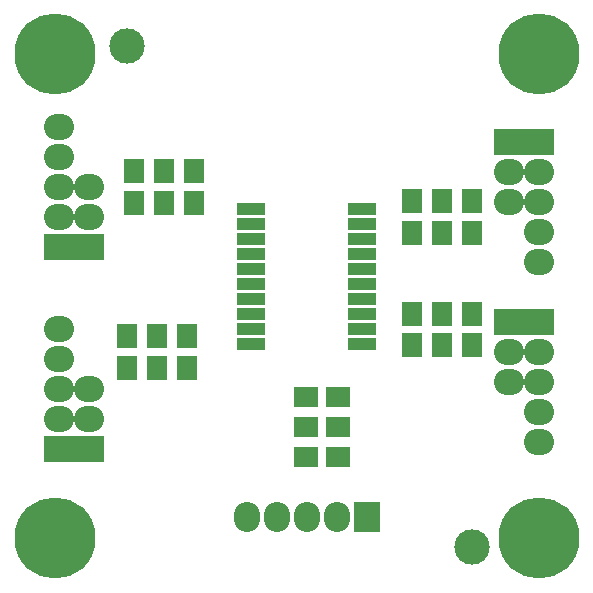
<source format=gts>
G04 #@! TF.FileFunction,Soldermask,Top*
%FSLAX46Y46*%
G04 Gerber Fmt 4.6, Leading zero omitted, Abs format (unit mm)*
G04 Created by KiCad (PCBNEW (after 2015-mar-04 BZR unknown)-product) date 7/28/2015 1:26:08 PM*
%MOMM*%
G01*
G04 APERTURE LIST*
%ADD10C,0.150000*%
%ADD11C,3.000000*%
%ADD12R,2.008000X1.808000*%
%ADD13R,1.808000X2.008000*%
%ADD14C,6.858000*%
%ADD15R,2.540000X2.235200*%
%ADD16O,2.540000X2.235200*%
%ADD17R,2.458000X1.108000*%
%ADD18R,2.235200X2.540000*%
%ADD19O,2.235200X2.540000*%
G04 APERTURE END LIST*
D10*
D11*
X194310000Y-125730000D03*
X165100000Y-83312000D03*
D12*
X182960000Y-113030000D03*
X180260000Y-113030000D03*
X182960000Y-115570000D03*
X180260000Y-115570000D03*
X182960000Y-118110000D03*
X180260000Y-118110000D03*
D13*
X189230000Y-105965000D03*
X189230000Y-108665000D03*
X194310000Y-96440000D03*
X194310000Y-99140000D03*
X170815000Y-93900000D03*
X170815000Y-96600000D03*
X165100000Y-110570000D03*
X165100000Y-107870000D03*
X191770000Y-105965000D03*
X191770000Y-108665000D03*
X191770000Y-96440000D03*
X191770000Y-99140000D03*
X168275000Y-93900000D03*
X168275000Y-96600000D03*
X167640000Y-110570000D03*
X167640000Y-107870000D03*
X194310000Y-105965000D03*
X194310000Y-108665000D03*
D14*
X159000000Y-84000000D03*
X200000000Y-84000000D03*
X159000000Y-125000000D03*
X200000000Y-125000000D03*
D15*
X197485000Y-106680000D03*
D16*
X197485000Y-109220000D03*
X197485000Y-111760000D03*
D15*
X197485000Y-91440000D03*
D16*
X197485000Y-93980000D03*
X197485000Y-96520000D03*
D15*
X161925000Y-100330000D03*
D16*
X161925000Y-97790000D03*
X161925000Y-95250000D03*
D15*
X161925000Y-117475000D03*
D16*
X161925000Y-114935000D03*
X161925000Y-112395000D03*
D15*
X200025000Y-106680000D03*
D16*
X200025000Y-109220000D03*
X200025000Y-111760000D03*
X200025000Y-114300000D03*
X200025000Y-116840000D03*
D15*
X200025000Y-91440000D03*
D16*
X200025000Y-93980000D03*
X200025000Y-96520000D03*
X200025000Y-99060000D03*
X200025000Y-101600000D03*
D15*
X159385000Y-100330000D03*
D16*
X159385000Y-97790000D03*
X159385000Y-95250000D03*
X159385000Y-92710000D03*
X159385000Y-90170000D03*
D15*
X159385000Y-117475000D03*
D16*
X159385000Y-114935000D03*
X159385000Y-112395000D03*
X159385000Y-109855000D03*
X159385000Y-107315000D03*
D13*
X189230000Y-96440000D03*
X189230000Y-99140000D03*
X165735000Y-93900000D03*
X165735000Y-96600000D03*
X170180000Y-110570000D03*
X170180000Y-107870000D03*
D17*
X185040000Y-108585000D03*
X185040000Y-107315000D03*
X185040000Y-106045000D03*
X185040000Y-104775000D03*
X185040000Y-103505000D03*
X185040000Y-102235000D03*
X185040000Y-100965000D03*
X185040000Y-99695000D03*
X185040000Y-98425000D03*
X185040000Y-97155000D03*
X175640000Y-97155000D03*
X175640000Y-98425000D03*
X175640000Y-99695000D03*
X175640000Y-100965000D03*
X175640000Y-102235000D03*
X175640000Y-103505000D03*
X175640000Y-104775000D03*
X175640000Y-106045000D03*
X175640000Y-107315000D03*
X175640000Y-108585000D03*
D18*
X185420000Y-123190000D03*
D19*
X182880000Y-123190000D03*
X180340000Y-123190000D03*
X177800000Y-123190000D03*
X175260000Y-123190000D03*
M02*

</source>
